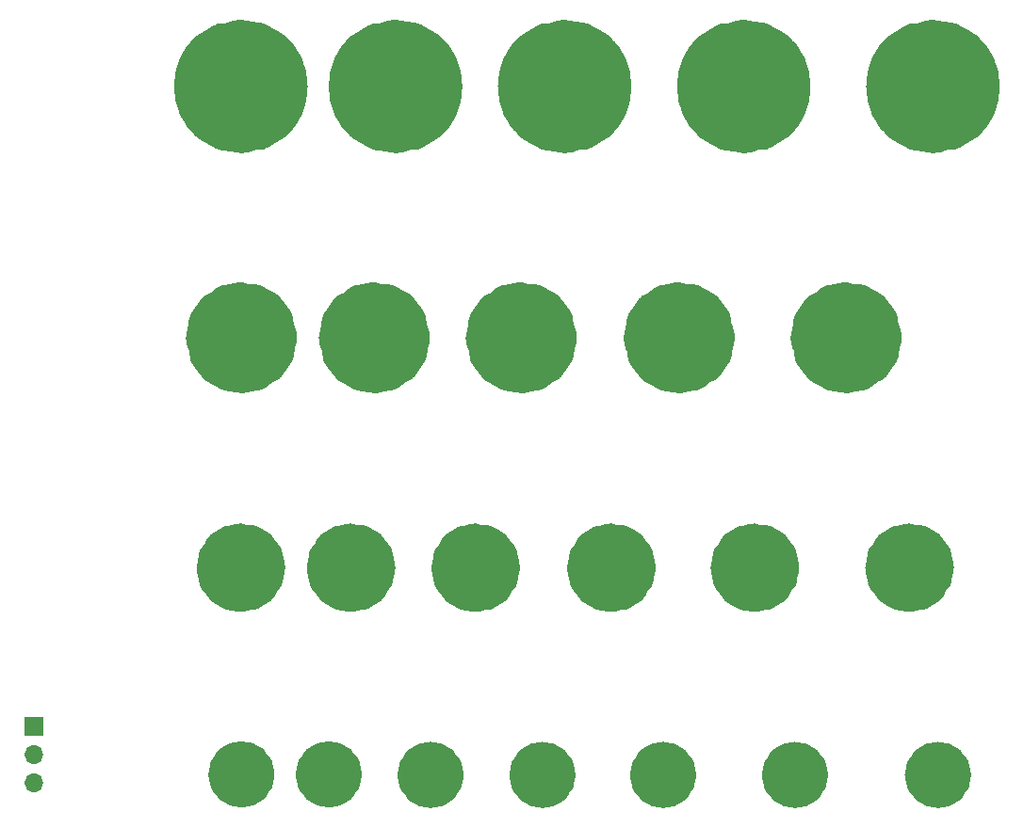
<source format=gbr>
%TF.GenerationSoftware,KiCad,Pcbnew,(6.0.0)*%
%TF.CreationDate,2022-01-22T08:46:37+01:00*%
%TF.ProjectId,CNLJS_test_LEDice_dual,434e4c4a-535f-4746-9573-745f4c454469,rev?*%
%TF.SameCoordinates,Original*%
%TF.FileFunction,Soldermask,Bot*%
%TF.FilePolarity,Negative*%
%FSLAX46Y46*%
G04 Gerber Fmt 4.6, Leading zero omitted, Abs format (unit mm)*
G04 Created by KiCad (PCBNEW (6.0.0)) date 2022-01-22 08:46:37*
%MOMM*%
%LPD*%
G01*
G04 APERTURE LIST*
%ADD10C,6.000000*%
%ADD11C,5.000000*%
%ADD12C,4.000000*%
%ADD13C,3.000000*%
%ADD14R,1.700000X1.700000*%
%ADD15O,1.700000X1.700000*%
G04 APERTURE END LIST*
D10*
%TO.C,U23*%
X202900000Y-61800000D02*
G75*
G03*
X202900000Y-61800000I-3000000J0D01*
G01*
%TO.C,U22*%
X185900000Y-61800000D02*
G75*
G03*
X185900000Y-61800000I-3000000J0D01*
G01*
%TO.C,U21*%
X169800000Y-61800000D02*
G75*
G03*
X169800000Y-61800000I-3000000J0D01*
G01*
%TO.C,U20*%
X154600000Y-61800000D02*
G75*
G03*
X154600000Y-61800000I-3000000J0D01*
G01*
%TO.C,U19*%
X140700000Y-61800000D02*
G75*
G03*
X140700000Y-61800000I-3000000J0D01*
G01*
D11*
%TO.C,U18*%
X194600000Y-84400000D02*
G75*
G03*
X194600000Y-84400000I-2500000J0D01*
G01*
%TO.C,U17*%
X179600000Y-84400000D02*
G75*
G03*
X179600000Y-84400000I-2500000J0D01*
G01*
%TO.C,U16*%
X165400000Y-84400000D02*
G75*
G03*
X165400000Y-84400000I-2500000J0D01*
G01*
%TO.C,U15*%
X152200000Y-84400000D02*
G75*
G03*
X152200000Y-84400000I-2500000J0D01*
G01*
%TO.C,U14*%
X140250000Y-84400000D02*
G75*
G03*
X140250000Y-84400000I-2500000J0D01*
G01*
D12*
%TO.C,U13*%
X199800000Y-105100000D02*
G75*
G03*
X199800000Y-105100000I-2000000J0D01*
G01*
%TO.C,U7*%
D13*
X201850000Y-123750000D02*
G75*
G03*
X201850000Y-123750000I-1500000J0D01*
G01*
%TO.C,U5*%
X177150000Y-123750000D02*
G75*
G03*
X177150000Y-123750000I-1500000J0D01*
G01*
%TO.C,U3*%
X156250000Y-123750000D02*
G75*
G03*
X156250000Y-123750000I-1500000J0D01*
G01*
%TO.C,U1*%
X139250000Y-123698000D02*
G75*
G03*
X139250000Y-123698000I-1500000J0D01*
G01*
%TO.C,U2*%
X147100000Y-123700000D02*
G75*
G03*
X147100000Y-123700000I-1500000J0D01*
G01*
%TO.C,U4*%
X166300000Y-123750000D02*
G75*
G03*
X166300000Y-123750000I-1500000J0D01*
G01*
D12*
%TO.C,U10*%
X160800000Y-105100000D02*
G75*
G03*
X160800000Y-105100000I-2000000J0D01*
G01*
%TO.C,U9*%
X149600000Y-105100000D02*
G75*
G03*
X149600000Y-105100000I-2000000J0D01*
G01*
%TO.C,U12*%
X185900000Y-105100000D02*
G75*
G03*
X185900000Y-105100000I-2000000J0D01*
G01*
%TO.C,U6*%
D13*
X189000000Y-123750000D02*
G75*
G03*
X189000000Y-123750000I-1500000J0D01*
G01*
D12*
%TO.C,U8*%
X139700000Y-105100000D02*
G75*
G03*
X139700000Y-105100000I-2000000J0D01*
G01*
%TO.C,U11*%
X173000000Y-105100000D02*
G75*
G03*
X173000000Y-105100000I-2000000J0D01*
G01*
%TD*%
D14*
%TO.C,J1*%
X119094000Y-119380000D03*
D15*
X119094000Y-121920000D03*
X119094000Y-124460000D03*
%TD*%
M02*

</source>
